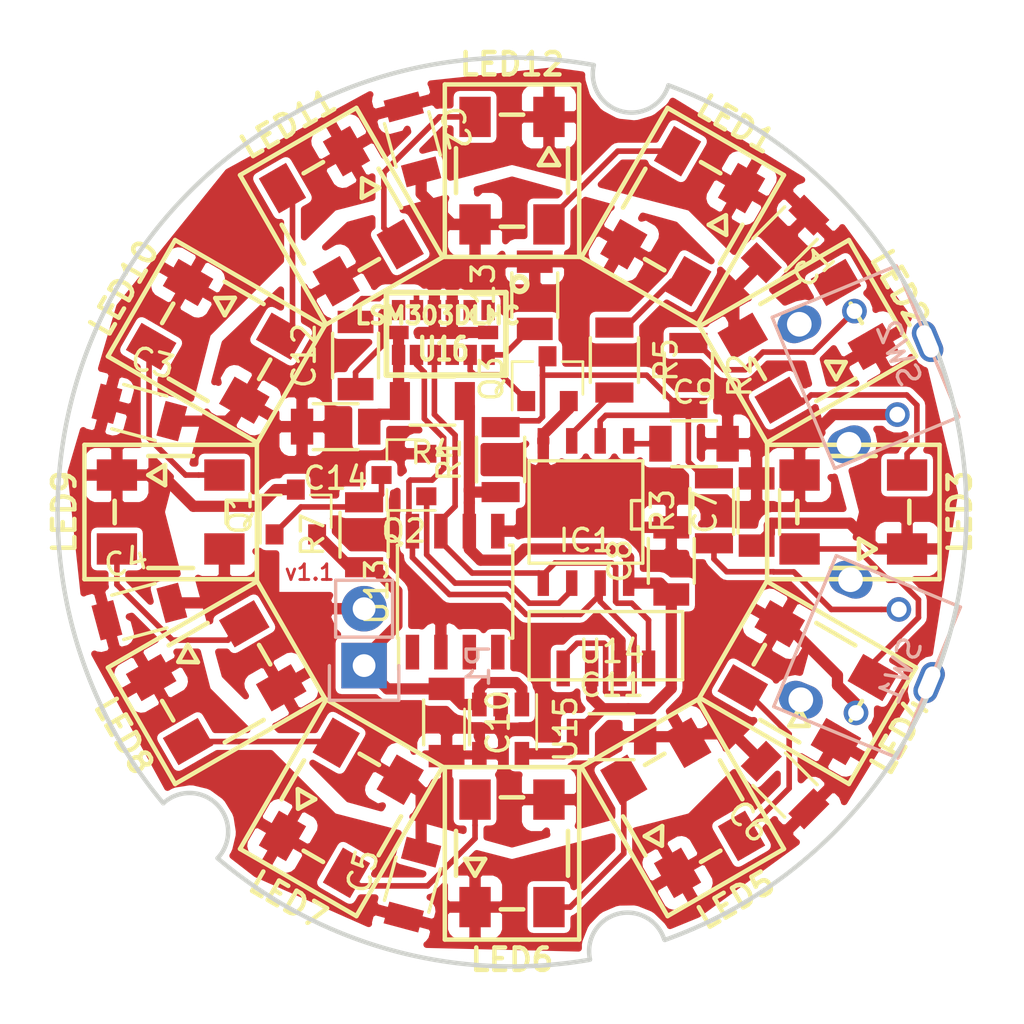
<source format=kicad_pcb>
(kicad_pcb (version 4) (host pcbnew 4.0.5+dfsg1-4)
  (layers (0 F.Cu signal) (31 B.Cu signal) (34 B.Paste user) (35 F.Paste user) (36 B.SilkS user) (37 F.SilkS user) (38 B.Mask user) (39 F.Mask user) (44 Edge.Cuts user))
  (net 0 "")
  (net 1 VCC)
  (net 2 GND)
  (net 3 SCL)
  (net 4 SDA)
  (net 5 LEDS)
  (net 6 +BATT)
  (net 7 "Net-(U13-Pad3)")
  (net 8 "Net-(U13-Pad1)")
  (net 9 "Net-(C9-Pad1)")
  (net 10 +3V3)
  (net 11 "Net-(R2-Pad1)")
  (net 12 "Net-(R3-Pad1)")
  (net 13 "Net-(C12-Pad1)")
  (net 14 "Net-(C12-Pad2)")
  (net 15 "Net-(C13-Pad1)")
  (net 16 "Net-(U16-Pad4)")
  (net 17 "Net-(U16-Pad8)")
  (net 18 "Net-(U16-Pad9)")
  (net 19 PWR_EN)
  (net 20 "Net-(U13-Pad4)")
  (net 21 WAKE)
  (net 22 "Net-(Q3-Pad1)")
  (net 23 "Net-(C14-Pad1)")
  (net 24 "Net-(Q1-Pad1)")
  (net 25 "Net-(LED1-Pad2)")
  (net 26 "Net-(LED1-Pad4)")
  (net 27 "Net-(LED2-Pad2)")
  (net 28 "Net-(LED2-Pad4)")
  (net 29 "Net-(LED3-Pad4)")
  (net 30 "Net-(LED4-Pad4)")
  (net 31 "Net-(LED5-Pad4)")
  (net 32 "Net-(LED6-Pad4)")
  (net 33 "Net-(LED7-Pad4)")
  (net 34 "Net-(LED8-Pad4)")
  (net 35 "Net-(LED10-Pad2)")
  (net 36 "Net-(LED10-Pad4)")
  (net 37 "Net-(LED11-Pad4)")
  (module Housings_SOIC:SOIC-8_3.9x4.9mm_Pitch1.27mm (layer F.Cu) (at 119.655324 127.22623 90)
    (fp_text reference U13 (at 0 -3.5 90) (layer F.SilkS))
    (fp_text value DS3232M)
    (pad 1 smd rect (at -2.7 -1.905 90) (size 1.55 0.6) (layers F.Cu F.Paste F.Mask) (net 8 "Net-(U13-Pad1)"))
    (pad 2 smd rect (at -2.7 -0.635 90) (size 1.55 0.6) (layers F.Cu F.Paste F.Mask) (net 2 GND))
    (pad 3 smd rect (at -2.7 0.635 90) (size 1.55 0.6) (layers F.Cu F.Paste F.Mask) (net 7 "Net-(U13-Pad3)"))
    (pad 4 smd rect (at -2.7 1.905 90) (size 1.55 0.6) (layers F.Cu F.Paste F.Mask) (net 20 "Net-(U13-Pad4)"))
    (pad 5 smd rect (at 2.7 1.905 90) (size 1.55 0.6) (layers F.Cu F.Paste F.Mask) (net 2 GND))
    (pad 6 smd rect (at 2.7 0.635 90) (size 1.55 0.6) (layers F.Cu F.Paste F.Mask) (net 10 +3V3))
    (pad 7 smd rect (at 2.7 -0.635 90) (size 1.55 0.6) (layers F.Cu F.Paste F.Mask) (net 4 SDA))
    (pad 8 smd rect (at 2.7 -1.905 90) (size 1.55 0.6) (layers F.Cu F.Paste F.Mask) (net 3 SCL))
  )
  (module Capacitors_SMD:C_1206 (layer F.Cu) (at 126.640324 133.70323)
    (fp_text reference C11 (at 0 -2.3) (layer F.SilkS))
    (fp_text value 1u)
    (pad 1 smd rect (at -1.5 0) (size 1 1.6) (layers F.Cu F.Paste F.Mask) (net 10 +3V3))
    (pad 2 smd rect (at 1.5 0) (size 1 1.6) (layers F.Cu F.Paste F.Mask) (net 2 GND))
  )
  (module Capacitors_SMD:C_1206 (layer F.Cu) (at 129.307324 125.85323 90)
    (fp_text reference C8 (at 0 -2.3 90) (layer F.SilkS))
    (fp_text value 1u)
    (pad 1 smd rect (at -1.5 0 90) (size 1 1.6) (layers F.Cu F.Paste F.Mask) (net 10 +3V3))
    (pad 2 smd rect (at 1.5 0 90) (size 1 1.6) (layers F.Cu F.Paste F.Mask) (net 2 GND))
  )
  (module TO_SOT_Packages_SMD:SOT-23 (layer F.Cu) (at 112.543324 123.67023 90)
    (fp_text reference Q1 (at 0 -2.5 90) (layer F.SilkS))
    (fp_text value Q_PMOS_GSD)
    (pad 1 smd rect (at -1 -0.95 90) (size 0.9 0.8) (layers F.Cu F.Paste F.Mask) (net 24 "Net-(Q1-Pad1)"))
    (pad 2 smd rect (at -1 0.95 90) (size 0.9 0.8) (layers F.Cu F.Paste F.Mask) (net 6 +BATT))
    (pad 3 smd rect (at 1 0 90) (size 0.9 0.8) (layers F.Cu F.Paste F.Mask) (net 1 VCC))
  )
  (module Resistors_SMD:R_1206 (layer F.Cu) (at 118.639324 118.71723 180)
    (fp_text reference R4 (at 0 -2.3 180) (layer F.SilkS))
    (fp_text value 0)
    (pad 1 smd rect (at -1.45 0 180) (size 0.9 1.7) (layers F.Cu F.Paste F.Mask) (net 10 +3V3))
    (pad 2 smd rect (at 1.45 0 180) (size 0.9 1.7) (layers F.Cu F.Paste F.Mask) (net 23 "Net-(C14-Pad1)"))
  )
  (module WS2812B:ws2812b (layer F.Cu) (at 108.987324 131.29023 120)
    (fp_text reference LED8 (at 0 -4.75 120) (layer F.SilkS) (effects (font (thickness 0.2))))
    (fp_text value WS2812B hide)
    (pad 1 smd rect (at 1.65 -2.4 120) (size 1.4 1.8) (layers F.Cu F.Paste F.Mask) (net 1 VCC))
    (pad 2 smd rect (at -1.65 -2.4 120) (size 1.4 1.8) (layers F.Cu F.Paste F.Mask) (net 33 "Net-(LED7-Pad4)"))
    (pad 3 smd rect (at -1.65 2.4 120) (size 1.4 1.8) (layers F.Cu F.Paste F.Mask) (net 2 GND))
    (pad 4 smd rect (at 1.65 2.4 120) (size 1.4 1.8) (layers F.Cu F.Paste F.Mask) (net 34 "Net-(LED8-Pad4)"))
  )
  (module TO_SOT_Packages_SMD:SOT-23 (layer F.Cu) (at 123.780324 117.71723 90)
    (fp_text reference Q3 (at 0 -2.5 90) (layer F.SilkS))
    (fp_text value Q_NMOS_GSD)
    (pad 1 smd rect (at -1 -0.95 90) (size 0.9 0.8) (layers F.Cu F.Paste F.Mask) (net 22 "Net-(Q3-Pad1)"))
    (pad 2 smd rect (at -1 0.95 90) (size 0.9 0.8) (layers F.Cu F.Paste F.Mask) (net 2 GND))
    (pad 3 smd rect (at 1 0 90) (size 0.9 0.8) (layers F.Cu F.Paste F.Mask) (net 21 WAKE))
  )
  (module Resistors_SMD:R_1206 (layer F.Cu) (at 130.069324 117.57423 270)
    (fp_text reference R2 (at 0 -2.3 270) (layer F.SilkS))
    (fp_text value 10k)
    (pad 1 smd rect (at -1.45 0 270) (size 0.9 1.7) (layers F.Cu F.Paste F.Mask) (net 11 "Net-(R2-Pad1)"))
    (pad 2 smd rect (at 1.45 0 270) (size 0.9 1.7) (layers F.Cu F.Paste F.Mask) (net 21 WAKE))
  )
  (module "IHE:LGA 3x5x1 14L" (layer F.Cu) (at 119.129544 115.65399 180)
    (fp_text reference U16 (at 0 -0.7493 180) (layer F.SilkS) (effects (font (size 1.016 0.762) (thickness 0.1905))))
    (fp_text value LSM303DLHC (at 0.24892 0.7493 180) (layer F.SilkS) (effects (font (size 0.762 0.762) (thickness 0.1905))))
    (pad 1 smd rect (at 1.99898 -1.00076 180) (size 0.59944 0.89916) (layers F.Cu F.Paste F.Mask) (net 23 "Net-(C14-Pad1)"))
    (pad 2 smd rect (at 1.19888 -1.00076 180) (size 0.59944 0.89916) (layers F.Cu F.Paste F.Mask) (net 3 SCL))
    (pad 3 smd rect (at 0.39878 -1.00076 180) (size 0.59944 0.89916) (layers F.Cu F.Paste F.Mask) (net 4 SDA))
    (pad 4 smd rect (at -0.39878 -1.00076 180) (size 0.59944 0.89916) (layers F.Cu F.Paste F.Mask) (net 16 "Net-(U16-Pad4)"))
    (pad 5 smd rect (at -1.19888 -1.00076 180) (size 0.59944 0.89916) (layers F.Cu F.Paste F.Mask) (net 22 "Net-(Q3-Pad1)"))
    (pad 6 smd rect (at -1.99898 -1.00076 180) (size 0.59944 0.89916) (layers F.Cu F.Paste F.Mask) (net 15 "Net-(C13-Pad1)"))
    (pad 7 smd rect (at -1.99898 0 180) (size 0.89916 0.59944) (layers F.Cu F.Paste F.Mask) (net 2 GND))
    (pad 8 smd rect (at -1.99898 1.00076 180) (size 0.59944 0.89916) (layers F.Cu F.Paste F.Mask) (net 17 "Net-(U16-Pad8)"))
    (pad 9 smd rect (at -1.19888 1.00076 180) (size 0.59944 0.89916) (layers F.Cu F.Paste F.Mask) (net 18 "Net-(U16-Pad9)"))
    (pad 10 smd rect (at -0.39878 1.00076 180) (size 0.59944 0.89916) (layers F.Cu F.Paste F.Mask) (net 2 GND))
    (pad 11 smd rect (at 0.39878 1.00076 180) (size 0.59944 0.89916) (layers F.Cu F.Paste F.Mask) (net 2 GND))
    (pad 12 smd rect (at 1.19888 1.00076 180) (size 0.59944 0.89916) (layers F.Cu F.Paste F.Mask) (net 14 "Net-(C12-Pad2)"))
    (pad 13 smd rect (at 1.99898 1.00076 180) (size 0.59944 0.89916) (layers F.Cu F.Paste F.Mask) (net 13 "Net-(C12-Pad1)"))
    (pad 14 smd rect (at 1.99898 0 180) (size 0.89916 0.59944) (layers F.Cu F.Paste F.Mask) (net 23 "Net-(C14-Pad1)"))
  )
  (module SMD_Packages:SOIC-8-N (layer F.Cu) (at 125.497324 123.67023 180)
    (fp_text reference IC1 (at 0 -1.27 180) (layer F.SilkS))
    (fp_text value ATTINY85-S)
    (pad 8 smd rect (at -1.905 -3.175 180) (size 0.508 1.143) (layers F.Cu F.Paste F.Mask) (net 10 +3V3))
    (pad 7 smd rect (at -0.635 -3.175 180) (size 0.508 1.143) (layers F.Cu F.Paste F.Mask) (net 3 SCL))
    (pad 6 smd rect (at 0.635 -3.175 180) (size 0.508 1.143) (layers F.Cu F.Paste F.Mask) (net 19 PWR_EN))
    (pad 5 smd rect (at 1.905 -3.175 180) (size 0.508 1.143) (layers F.Cu F.Paste F.Mask) (net 4 SDA))
    (pad 4 smd rect (at 1.905 3.175 180) (size 0.508 1.143) (layers F.Cu F.Paste F.Mask) (net 2 GND))
    (pad 3 smd rect (at 0.635 3.175 180) (size 0.508 1.143) (layers F.Cu F.Paste F.Mask) (net 5 LEDS))
    (pad 2 smd rect (at -0.635 3.175 180) (size 0.508 1.143) (layers F.Cu F.Paste F.Mask) (net 21 WAKE))
    (pad 1 smd rect (at -1.905 3.175 180) (size 0.508 1.143) (layers F.Cu F.Paste F.Mask) (net 9 "Net-(C9-Pad1)"))
  )
  (module WS2812B:ws2812b (layer F.Cu) (at 114.575324 136.87823 150)
    (fp_text reference LED7 (at 0 -4.75 150) (layer F.SilkS) (effects (font (thickness 0.2))))
    (fp_text value WS2812B hide)
    (pad 1 smd rect (at 1.65 -2.4 150) (size 1.4 1.8) (layers F.Cu F.Paste F.Mask) (net 1 VCC))
    (pad 2 smd rect (at -1.65 -2.4 150) (size 1.4 1.8) (layers F.Cu F.Paste F.Mask) (net 32 "Net-(LED6-Pad4)"))
    (pad 3 smd rect (at -1.65 2.4 150) (size 1.4 1.8) (layers F.Cu F.Paste F.Mask) (net 2 GND))
    (pad 4 smd rect (at 1.65 2.4 150) (size 1.4 1.8) (layers F.Cu F.Paste F.Mask) (net 33 "Net-(LED7-Pad4)"))
  )
  (module Capacitors_SMD:C_1206 (layer F.Cu) (at 133.117324 123.67023 90)
    (fp_text reference C7 (at 0 -2.3 90) (layer F.SilkS))
    (fp_text value 1u)
    (pad 1 smd rect (at -1.5 0 90) (size 1 1.6) (layers F.Cu F.Paste F.Mask) (net 1 VCC))
    (pad 2 smd rect (at 1.5 0 90) (size 1 1.6) (layers F.Cu F.Paste F.Mask) (net 2 GND))
  )
  (module Capacitors_SMD:C_1206 (layer F.Cu) (at 119.274324 133.06823 270)
    (fp_text reference C10 (at 0 -2.3 270) (layer F.SilkS))
    (fp_text value 10u)
    (pad 1 smd rect (at -1.5 0 270) (size 1 1.6) (layers F.Cu F.Paste F.Mask) (net 6 +BATT))
    (pad 2 smd rect (at 1.5 0 270) (size 1 1.6) (layers F.Cu F.Paste F.Mask) (net 2 GND))
  )
  (module TO_SOT_Packages_SMD:SOT-23-5 (layer F.Cu) (at 121.687324 133.36523 270)
    (fp_text reference U15 (at 0 -2.9 270) (layer F.SilkS))
    (fp_text value TPS782)
    (pad 1 smd rect (at -1.1 -0.95 270) (size 1.06 0.65) (layers F.Cu F.Paste F.Mask) (net 6 +BATT))
    (pad 2 smd rect (at -1.1 0 270) (size 1.06 0.65) (layers F.Cu F.Paste F.Mask) (net 2 GND))
    (pad 3 smd rect (at -1.1 0.95 270) (size 1.06 0.65) (layers F.Cu F.Paste F.Mask) (net 6 +BATT))
    (pad 4 smd rect (at 1.1 0.95 270) (size 1.06 0.65) (layers F.Cu F.Paste F.Mask) (net 2 GND))
    (pad 5 smd rect (at 1.1 -0.95 270) (size 1.06 0.65) (layers F.Cu F.Paste F.Mask) (net 10 +3V3))
  )
  (module Resistors_SMD:R_1206 (layer F.Cu) (at 121.687324 121.33123 90)
    (fp_text reference R1 (at 0 -2.3 90) (layer F.SilkS))
    (fp_text value 56k)
    (pad 1 smd rect (at -1.45 0 90) (size 0.9 1.7) (layers F.Cu F.Paste F.Mask) (net 10 +3V3))
    (pad 2 smd rect (at 1.45 0 90) (size 0.9 1.7) (layers F.Cu F.Paste F.Mask) (net 21 WAKE))
  )
  (module Capacitors_SMD:C_1206 (layer F.Cu) (at 130.323324 120.62223)
    (fp_text reference C9 (at 0 -2.3) (layer F.SilkS))
    (fp_text value 220n)
    (pad 1 smd rect (at -1.5 0) (size 1 1.6) (layers F.Cu F.Paste F.Mask) (net 9 "Net-(C9-Pad1)"))
    (pad 2 smd rect (at 1.5 0) (size 1 1.6) (layers F.Cu F.Paste F.Mask) (net 2 GND))
  )
  (module Resistors_SMD:R_1206 (layer F.Cu) (at 126.767324 116.88623 270)
    (fp_text reference R5 (at 0 -2.3 270) (layer F.SilkS))
    (fp_text value 500)
    (pad 1 smd rect (at -1.45 0 270) (size 0.9 1.7) (layers F.Cu F.Paste F.Mask) (net 26 "Net-(LED1-Pad4)"))
    (pad 2 smd rect (at 1.45 0 270) (size 0.9 1.7) (layers F.Cu F.Paste F.Mask) (net 5 LEDS))
  )
  (module WS2812B:ws2812b (layer F.Cu) (at 122.195324 138.91023 180)
    (fp_text reference LED6 (at 0 -4.75 180) (layer F.SilkS) (effects (font (thickness 0.2))))
    (fp_text value WS2812B hide)
    (pad 1 smd rect (at 1.65 -2.4 180) (size 1.4 1.8) (layers F.Cu F.Paste F.Mask) (net 1 VCC))
    (pad 2 smd rect (at -1.65 -2.4 180) (size 1.4 1.8) (layers F.Cu F.Paste F.Mask) (net 31 "Net-(LED5-Pad4)"))
    (pad 3 smd rect (at -1.65 2.4 180) (size 1.4 1.8) (layers F.Cu F.Paste F.Mask) (net 2 GND))
    (pad 4 smd rect (at 1.65 2.4 180) (size 1.4 1.8) (layers F.Cu F.Paste F.Mask) (net 32 "Net-(LED6-Pad4)"))
  )
  (module Capacitors_SMD:C_1206 (layer F.Cu) (at 105.558324 128.11523 15)
    (fp_text reference C4 (at 0 -2.3 15) (layer F.SilkS))
    (fp_text value 1u)
    (pad 1 smd rect (at -1.5 0 15) (size 1 1.6) (layers F.Cu F.Paste F.Mask) (net 1 VCC))
    (pad 2 smd rect (at 1.5 0 15) (size 1 1.6) (layers F.Cu F.Paste F.Mask) (net 2 GND))
  )
  (module Capacitors_SMD:C_1206 (layer F.Cu) (at 134.387324 111.47823 225)
    (fp_text reference C1 (at -0.024 -1.778 225) (layer F.SilkS))
    (fp_text value 1u)
    (pad 1 smd rect (at -1.5 0 225) (size 1 1.6) (layers F.Cu F.Paste F.Mask) (net 1 VCC))
    (pad 2 smd rect (at 1.5 0 225) (size 1 1.6) (layers F.Cu F.Paste F.Mask) (net 2 GND))
  )
  (module Capacitors_SMD:C_1206 (layer F.Cu) (at 117.750324 107.03323 285)
    (fp_text reference C2 (at 0.014999 -1.9706 285) (layer F.SilkS))
    (fp_text value 1u)
    (pad 1 smd rect (at -1.5 0 285) (size 1 1.6) (layers F.Cu F.Paste F.Mask) (net 1 VCC))
    (pad 2 smd rect (at 1.5 0 285) (size 1 1.6) (layers F.Cu F.Paste F.Mask) (net 2 GND))
  )
  (module Capacitors_SMD:C_1206 (layer F.Cu) (at 105.558324 119.22523 345)
    (fp_text reference C3 (at 0 -2.3 345) (layer F.SilkS))
    (fp_text value 1u)
    (pad 1 smd rect (at -1.5 0 345) (size 1 1.6) (layers F.Cu F.Paste F.Mask) (net 1 VCC))
    (pad 2 smd rect (at 1.5 0 345) (size 1 1.6) (layers F.Cu F.Paste F.Mask) (net 2 GND))
  )
  (module Socket_Strips:Socket_Strip_Straight_1x02 (layer B.Cu) (at 115.591324 130.52823 90)
    (fp_text reference P1 (at 0 5.1 90) (layer B.SilkS) (effects (justify mirror)))
    (fp_text value BAT_CONN)
    (pad 1 thru_hole rect (at 0 0 90) (size 2.032 2.032) (drill 1.016) (layers *.Cu *.Mask) (net 6 +BATT))
    (pad 2 thru_hole oval (at 2.54 0 90) (size 2.032 2.032) (drill 1.016) (layers *.Cu *.Mask) (net 2 GND))
  )
  (module WS2812B:ws2812b (layer F.Cu) (at 106.955324 123.67023 90)
    (fp_text reference LED9 (at 0 -4.75 90) (layer F.SilkS) (effects (font (thickness 0.2))))
    (fp_text value WS2812B hide)
    (pad 1 smd rect (at 1.65 -2.4 90) (size 1.4 1.8) (layers F.Cu F.Paste F.Mask) (net 1 VCC))
    (pad 2 smd rect (at -1.65 -2.4 90) (size 1.4 1.8) (layers F.Cu F.Paste F.Mask) (net 34 "Net-(LED8-Pad4)"))
    (pad 3 smd rect (at -1.65 2.4 90) (size 1.4 1.8) (layers F.Cu F.Paste F.Mask) (net 2 GND))
    (pad 4 smd rect (at 1.65 2.4 90) (size 1.4 1.8) (layers F.Cu F.Paste F.Mask) (net 35 "Net-(LED10-Pad2)"))
  )
  (module WS2812B:ws2812b (layer F.Cu) (at 108.987324 116.05023 60)
    (fp_text reference LED10 (at 0 -4.75 60) (layer F.SilkS) (effects (font (thickness 0.2))))
    (fp_text value WS2812B hide)
    (pad 1 smd rect (at 1.65 -2.4 60) (size 1.4 1.8) (layers F.Cu F.Paste F.Mask) (net 1 VCC))
    (pad 2 smd rect (at -1.65 -2.4 60) (size 1.4 1.8) (layers F.Cu F.Paste F.Mask) (net 35 "Net-(LED10-Pad2)"))
    (pad 3 smd rect (at -1.65 2.4 60) (size 1.4 1.8) (layers F.Cu F.Paste F.Mask) (net 2 GND))
    (pad 4 smd rect (at 1.65 2.4 60) (size 1.4 1.8) (layers F.Cu F.Paste F.Mask) (net 36 "Net-(LED10-Pad4)"))
  )
  (module WS2812B:ws2812b (layer F.Cu) (at 114.575324 110.46223 30)
    (fp_text reference LED11 (at 0 -4.75 30) (layer F.SilkS) (effects (font (thickness 0.2))))
    (fp_text value WS2812B hide)
    (pad 1 smd rect (at 1.65 -2.4 30) (size 1.4 1.8) (layers F.Cu F.Paste F.Mask) (net 1 VCC))
    (pad 2 smd rect (at -1.65 -2.4 30) (size 1.4 1.8) (layers F.Cu F.Paste F.Mask) (net 36 "Net-(LED10-Pad4)"))
    (pad 3 smd rect (at -1.65 2.4 30) (size 1.4 1.8) (layers F.Cu F.Paste F.Mask) (net 2 GND))
    (pad 4 smd rect (at 1.65 2.4 30) (size 1.4 1.8) (layers F.Cu F.Paste F.Mask) (net 37 "Net-(LED11-Pad4)"))
  )
  (module WS2812B:ws2812b (layer F.Cu) (at 122.195324 108.43023)
    (fp_text reference LED12 (at 0 -4.75) (layer F.SilkS) (effects (font (thickness 0.2))))
    (fp_text value WS2812B hide)
    (pad 1 smd rect (at 1.65 -2.4) (size 1.4 1.8) (layers F.Cu F.Paste F.Mask) (net 1 VCC))
    (pad 2 smd rect (at -1.65 -2.4) (size 1.4 1.8) (layers F.Cu F.Paste F.Mask) (net 37 "Net-(LED11-Pad4)"))
    (pad 3 smd rect (at -1.65 2.4) (size 1.4 1.8) (layers F.Cu F.Paste F.Mask) (net 2 GND))
    (pad 4 smd rect (at 1.65 2.4) (size 1.4 1.8) (layers F.Cu F.Paste F.Mask) (net 25 "Net-(LED1-Pad2)"))
  )
  (module WS2812B:ws2812b (layer F.Cu) (at 129.815324 110.46223 330)
    (fp_text reference LED1 (at 0 -4.75 330) (layer F.SilkS) (effects (font (thickness 0.2))))
    (fp_text value WS2812B hide)
    (pad 1 smd rect (at 1.65 -2.4 330) (size 1.4 1.8) (layers F.Cu F.Paste F.Mask) (net 1 VCC))
    (pad 2 smd rect (at -1.65 -2.4 330) (size 1.4 1.8) (layers F.Cu F.Paste F.Mask) (net 25 "Net-(LED1-Pad2)"))
    (pad 3 smd rect (at -1.65 2.4 330) (size 1.4 1.8) (layers F.Cu F.Paste F.Mask) (net 2 GND))
    (pad 4 smd rect (at 1.65 2.4 330) (size 1.4 1.8) (layers F.Cu F.Paste F.Mask) (net 26 "Net-(LED1-Pad4)"))
  )
  (module WS2812B:ws2812b (layer F.Cu) (at 135.403324 116.05023 300)
    (fp_text reference LED2 (at 0 -4.75 300) (layer F.SilkS) (effects (font (thickness 0.2))))
    (fp_text value WS2812B hide)
    (pad 1 smd rect (at 1.65 -2.4 300) (size 1.4 1.8) (layers F.Cu F.Paste F.Mask) (net 1 VCC))
    (pad 2 smd rect (at -1.65 -2.4 300) (size 1.4 1.8) (layers F.Cu F.Paste F.Mask) (net 27 "Net-(LED2-Pad2)"))
    (pad 3 smd rect (at -1.65 2.4 300) (size 1.4 1.8) (layers F.Cu F.Paste F.Mask) (net 2 GND))
    (pad 4 smd rect (at 1.65 2.4 300) (size 1.4 1.8) (layers F.Cu F.Paste F.Mask) (net 28 "Net-(LED2-Pad4)"))
  )
  (module WS2812B:ws2812b (layer F.Cu) (at 137.435324 123.67023 270)
    (fp_text reference LED3 (at 0 -4.75 270) (layer F.SilkS) (effects (font (thickness 0.2))))
    (fp_text value WS2812B hide)
    (pad 1 smd rect (at 1.65 -2.4 270) (size 1.4 1.8) (layers F.Cu F.Paste F.Mask) (net 1 VCC))
    (pad 2 smd rect (at -1.65 -2.4 270) (size 1.4 1.8) (layers F.Cu F.Paste F.Mask) (net 28 "Net-(LED2-Pad4)"))
    (pad 3 smd rect (at -1.65 2.4 270) (size 1.4 1.8) (layers F.Cu F.Paste F.Mask) (net 2 GND))
    (pad 4 smd rect (at 1.65 2.4 270) (size 1.4 1.8) (layers F.Cu F.Paste F.Mask) (net 29 "Net-(LED3-Pad4)"))
  )
  (module WS2812B:ws2812b (layer F.Cu) (at 135.403324 131.29023 240)
    (fp_text reference LED4 (at 0 -4.75 240) (layer F.SilkS) (effects (font (thickness 0.2))))
    (fp_text value WS2812B hide)
    (pad 1 smd rect (at 1.65 -2.4 240) (size 1.4 1.8) (layers F.Cu F.Paste F.Mask) (net 1 VCC))
    (pad 2 smd rect (at -1.65 -2.4 240) (size 1.4 1.8) (layers F.Cu F.Paste F.Mask) (net 29 "Net-(LED3-Pad4)"))
    (pad 3 smd rect (at -1.65 2.4 240) (size 1.4 1.8) (layers F.Cu F.Paste F.Mask) (net 2 GND))
    (pad 4 smd rect (at 1.65 2.4 240) (size 1.4 1.8) (layers F.Cu F.Paste F.Mask) (net 30 "Net-(LED4-Pad4)"))
  )
  (module WS2812B:ws2812b (layer F.Cu) (at 129.815324 136.87823 210)
    (fp_text reference LED5 (at 0 -4.75 210) (layer F.SilkS) (effects (font (thickness 0.2))))
    (fp_text value WS2812B hide)
    (pad 1 smd rect (at 1.65 -2.4 210) (size 1.4 1.8) (layers F.Cu F.Paste F.Mask) (net 1 VCC))
    (pad 2 smd rect (at -1.65 -2.4 210) (size 1.4 1.8) (layers F.Cu F.Paste F.Mask) (net 30 "Net-(LED4-Pad4)"))
    (pad 3 smd rect (at -1.65 2.4 210) (size 1.4 1.8) (layers F.Cu F.Paste F.Mask) (net 2 GND))
    (pad 4 smd rect (at 1.65 2.4 210) (size 1.4 1.8) (layers F.Cu F.Paste F.Mask) (net 31 "Net-(LED5-Pad4)"))
  )
  (module Resistors_SMD:R_1206 (layer F.Cu) (at 131.212324 123.61723 90)
    (fp_text reference R3 (at 0 -2.3 90) (layer F.SilkS))
    (fp_text value 3.3k)
    (pad 1 smd rect (at -1.45 0 90) (size 0.9 1.7) (layers F.Cu F.Paste F.Mask) (net 12 "Net-(R3-Pad1)"))
    (pad 2 smd rect (at 1.45 0 90) (size 0.9 1.7) (layers F.Cu F.Paste F.Mask) (net 21 WAKE))
  )
  (module Capacitors_SMD:C_1206 (layer F.Cu) (at 117.750324 140.30723 75)
    (fp_text reference C5 (at 0 -2.3 75) (layer F.SilkS))
    (fp_text value 1u)
    (pad 1 smd rect (at -1.5 0 75) (size 1 1.6) (layers F.Cu F.Paste F.Mask) (net 1 VCC))
    (pad 2 smd rect (at 1.5 0 75) (size 1 1.6) (layers F.Cu F.Paste F.Mask) (net 2 GND))
  )
  (module Capacitors_SMD:C_1206 (layer F.Cu) (at 134.387324 135.86223 135)
    (fp_text reference C6 (at 0 -2.3 135) (layer F.SilkS))
    (fp_text value 1u)
    (pad 1 smd rect (at -1.5 0 135) (size 1 1.6) (layers F.Cu F.Paste F.Mask) (net 1 VCC))
    (pad 2 smd rect (at 1.5 0 135) (size 1 1.6) (layers F.Cu F.Paste F.Mask) (net 2 GND))
  )
  (module Capacitors_SMD:C_1206 (layer F.Cu) (at 115.210324 116.68523 90)
    (fp_text reference C12 (at 0 -2.3 90) (layer F.SilkS))
    (fp_text value 220n)
    (pad 1 smd rect (at -1.5 0 90) (size 1 1.6) (layers F.Cu F.Paste F.Mask) (net 13 "Net-(C12-Pad1)"))
    (pad 2 smd rect (at 1.5 0 90) (size 1 1.6) (layers F.Cu F.Paste F.Mask) (net 14 "Net-(C12-Pad2)"))
  )
  (module Capacitors_SMD:C_1206 (layer F.Cu) (at 123.211324 113.99423 90)
    (fp_text reference C13 (at 0 -2.3 90) (layer F.SilkS))
    (fp_text value 4u7)
    (pad 1 smd rect (at -1.5 0 90) (size 1 1.6) (layers F.Cu F.Paste F.Mask) (net 15 "Net-(C13-Pad1)"))
    (pad 2 smd rect (at 1.5 0 90) (size 1 1.6) (layers F.Cu F.Paste F.Mask) (net 2 GND))
  )
  (module TO_SOT_Packages_SMD:SOT-23 (layer F.Cu) (at 117.369324 122.01923 180)
    (fp_text reference Q2 (at 0 -2.5 180) (layer F.SilkS))
    (fp_text value Q_NMOS_GSD)
    (pad 1 smd rect (at -1 -0.95 180) (size 0.9 0.8) (layers F.Cu F.Paste F.Mask) (net 19 PWR_EN))
    (pad 2 smd rect (at -1 0.95 180) (size 0.9 0.8) (layers F.Cu F.Paste F.Mask) (net 2 GND))
    (pad 3 smd rect (at 1 0 180) (size 0.9 0.8) (layers F.Cu F.Paste F.Mask) (net 24 "Net-(Q1-Pad1)"))
  )
  (module Resistors_SMD:R_1206 (layer F.Cu) (at 115.591324 124.68623 90)
    (fp_text reference R7 (at 0 -2.3 90) (layer F.SilkS))
    (fp_text value 10k)
    (pad 1 smd rect (at -1.45 0 90) (size 0.9 1.7) (layers F.Cu F.Paste F.Mask) (net 6 +BATT))
    (pad 2 smd rect (at 1.45 0 90) (size 0.9 1.7) (layers F.Cu F.Paste F.Mask) (net 24 "Net-(Q1-Pad1)"))
  )
  (module Capacitors_SMD:C_1206 (layer F.Cu) (at 114.321324 119.86023 180)
    (fp_text reference C14 (at 0 -2.3 180) (layer F.SilkS))
    (fp_text value 10u)
    (pad 1 smd rect (at -1.5 0 180) (size 1 1.6) (layers F.Cu F.Paste F.Mask) (net 23 "Net-(C14-Pad1)"))
    (pad 2 smd rect (at 1.5 0 180) (size 1 1.6) (layers F.Cu F.Paste F.Mask) (net 2 GND))
  )
  (module "button:Side through-hole thin button" (layer B.Cu) (at 139.064943 130.559298 247.5)
    (fp_text reference SW1 (at 0 -0.5 247.5) (layer B.SilkS) (effects (justify mirror)))
    (fp_text value SW_Push)
    (pad "" thru_hole oval (at -2.9 3.1 247.5) (size 1.5 2) (drill 1.1) (layers *.Cu *.Mask))
    (pad "" thru_hole oval (at 2.9 3.1 247.5) (size 1.5 2) (drill 1.1) (layers *.Cu *.Mask))
    (pad 1 thru_hole circle (at -2.5 0.6 247.5) (size 1.1 1.1) (drill 0.7) (layers *.Cu *.Mask) (net 12 "Net-(R3-Pad1)"))
    (pad 2 thru_hole circle (at 2.5 0.6 247.5) (size 1.1 1.1) (drill 0.7) (layers *.Cu *.Mask) (net 2 GND))
    (pad "" thru_hole oval (at 0 -1.9 247.5) (size 1.9 1.1) (drill oval 1.5 0.7) (layers *.Cu *.Mask))
  )
  (module "button:Side through-hole thin button" (layer B.Cu) (at 138.996133 116.781162 292.5)
    (fp_text reference SW2 (at 0 -0.5 292.5) (layer B.SilkS) (effects (justify mirror)))
    (fp_text value SW_Push)
    (pad "" thru_hole oval (at -2.9 3.1 292.5) (size 1.5 2) (drill 1.1) (layers *.Cu *.Mask))
    (pad "" thru_hole oval (at 2.9 3.1 292.5) (size 1.5 2) (drill 1.1) (layers *.Cu *.Mask))
    (pad 1 thru_hole circle (at -2.5 0.6 292.5) (size 1.1 1.1) (drill 0.7) (layers *.Cu *.Mask) (net 11 "Net-(R2-Pad1)"))
    (pad 2 thru_hole circle (at 2.5 0.6 292.5) (size 1.1 1.1) (drill 0.7) (layers *.Cu *.Mask) (net 2 GND))
    (pad "" thru_hole oval (at 0 -1.9 292.5) (size 1.9 1.1) (drill oval 1.5 0.7) (layers *.Cu *.Mask))
  )
  (module VEML7700:VEML7700 (layer F.Cu) (at 126.386324 129.89323)
    (fp_text reference U14 (at 0.254 0) (layer F.SilkS))
    (fp_text value VEML7700)
    (pad 1 smd rect (at -1.905 0.762) (size 0.6 1.6) (layers F.Cu F.Paste F.Mask) (net 3 SCL))
    (pad 2 smd rect (at -0.635 0.762) (size 0.6 1.6) (layers F.Cu F.Paste F.Mask) (net 10 +3V3))
    (pad 3 smd rect (at 0.635 0.762) (size 0.6 1.6) (layers F.Cu F.Paste F.Mask) (net 2 GND))
    (pad 4 smd rect (at 1.905 0.762) (size 0.6 1.6) (layers F.Cu F.Paste F.Mask) (net 4 SDA))
  )
  (gr_text v1.1 (at 113.157 126.365) (layer F.Cu) (effects (font (size 0.7 0.7) (thickness 0.125))))
  (gr_arc (start 122.195324 123.67023) (end 125.675124 143.66003) (angle 50.25867182) (layer Edge.Cuts) (width 0.2))
  (gr_arc (start 122.195324 123.67023) (end 129.180324 104.62023) (angle 140.2243729) (layer Edge.Cuts) (width 0.2))
  (gr_arc (start 122.195324 123.67023) (end 106.625124 136.67503) (angle 140.2457107) (layer Edge.Cuts) (width 0.2))
  (gr_arc (start 127.354944 143.274955) (end 125.675124 143.63463) (angle 174.2744993) (layer Edge.Cuts) (width 0.2))
  (gr_arc (start 107.796944 137.940955) (end 106.625124 136.67503) (angle 176.158805) (layer Edge.Cuts) (width 0.2))
  (gr_arc (start 127.529324 104.11223) (end 129.180324 104.62023) (angle 175.7015224) (layer Edge.Cuts) (width 0.2))
  (segment (start 139.835324 125.32023) (end 138.435324 125.32023) (width 0.5) (layer F.Cu) (net 1))
  (segment (start 138.435324 125.32023) (end 137.285323 124.170229) (width 0.5) (layer F.Cu) (net 1))
  (segment (start 137.285323 124.170229) (end 133.775323 124.170229) (width 0.5) (layer F.Cu) (net 1))
  (segment (start 133.775323 124.170229) (end 133.685323 124.260229) (width 0.5) (layer F.Cu) (net 1))
  (segment (start 133.685323 124.260229) (end 133.685323 124.626231) (width 0.5) (layer F.Cu) (net 1))
  (segment (start 133.685323 124.626231) (end 133.141324 125.17023) (width 0.5) (layer F.Cu) (net 1))
  (segment (start 133.141324 125.17023) (end 133.117324 125.17023) (width 0.5) (layer F.Cu) (net 1))
  (segment (start 112.543324 122.67023) (end 111.643324 122.67023) (width 0.5) (layer F.Cu) (net 1))
  (segment (start 111.643324 122.67023) (end 110.897324 123.41623) (width 0.5) (layer F.Cu) (net 1))
  (segment (start 110.897324 123.41623) (end 107.971324 123.41623) (width 0.5) (layer F.Cu) (net 1))
  (segment (start 106.575324 122.02023) (end 104.555324 122.02023) (width 0.5) (layer F.Cu) (net 1))
  (segment (start 104.670324 122.02023) (end 104.555324 122.02023) (width 0.5) (layer F.Cu) (net 1))
  (segment (start 139.835324 125.32023) (end 139.593324 125.32023) (width 0.5) (layer F.Cu) (net 1))
  (segment (start 123.845324 106.27023) (end 123.845324 106.03023) (width 0.5) (layer F.Cu) (net 1))
  (segment (start 108.136382 113.421288) (end 107.733863 113.421288) (width 0.5) (layer F.Cu) (net 1))
  (segment (start 123.719324 106.15623) (end 123.845324 106.03023) (width 0.5) (layer F.Cu) (net 1))
  (segment (start 107.971324 123.41623) (end 106.575324 122.02023) (width 0.5) (layer F.Cu) (net 1))
  (segment (start 119.520324 133.32223) (end 123.592324 133.32223) (width 0.5) (layer F.Cu) (net 2))
  (segment (start 119.274324 134.56823) (end 119.274324 133.56823) (width 0.5) (layer F.Cu) (net 2))
  (segment (start 119.274324 133.56823) (end 119.520324 133.32223) (width 0.5) (layer F.Cu) (net 2))
  (segment (start 128.140324 133.70323) (end 129.772727 133.70323) (width 0.5) (layer F.Cu) (net 2))
  (segment (start 129.772727 133.70323) (end 130.044266 133.974769) (width 0.5) (layer F.Cu) (net 2))
  (segment (start 126.471512 128.87723) (end 125.116324 128.87723) (width 0.5) (layer F.Cu) (net 2))
  (segment (start 127.021324 130.65523) (end 127.021324 129.427042) (width 0.5) (layer F.Cu) (net 2))
  (segment (start 127.021324 129.427042) (end 126.471512 128.87723) (width 0.5) (layer F.Cu) (net 2))
  (segment (start 139.398514 119.320471) (end 136.535083 119.320471) (width 0.5) (layer F.Cu) (net 2))
  (segment (start 136.535083 119.320471) (end 135.035324 120.82023) (width 0.5) (layer F.Cu) (net 2))
  (segment (start 135.035324 120.82023) (end 135.035324 122.02023) (width 0.5) (layer F.Cu) (net 2))
  (segment (start 119.528324 115.65399) (end 118.893324 115.65399) (width 0.5) (layer F.Cu) (net 2))
  (segment (start 118.893324 115.65399) (end 118.045385 115.65399) (width 0.5) (layer F.Cu) (net 2))
  (segment (start 118.730764 114.65323) (end 118.730764 115.60281) (width 0.5) (layer F.Cu) (net 2))
  (segment (start 118.730764 115.60281) (end 118.781944 115.65399) (width 0.5) (layer F.Cu) (net 2))
  (segment (start 118.781944 115.65399) (end 118.893324 115.65399) (width 0.5) (layer F.Cu) (net 2))
  (segment (start 137.553907 132.639387) (end 137.553907 132.230463) (width 0.5) (layer F.Cu) (net 2))
  (segment (start 137.553907 132.230463) (end 136.727352 131.403908) (width 0.5) (layer F.Cu) (net 2))
  (segment (start 136.727352 131.403908) (end 136.727352 130.963258) (width 0.5) (layer F.Cu) (net 2))
  (segment (start 136.727352 130.963258) (end 134.425382 128.661288) (width 0.5) (layer F.Cu) (net 2))
  (segment (start 134.425382 128.661288) (end 134.149863 128.661288) (width 0.5) (layer F.Cu) (net 2))
  (segment (start 121.128524 115.65399) (end 119.528324 115.65399) (width 0.5) (layer F.Cu) (net 2))
  (segment (start 119.528324 114.65323) (end 119.528324 115.60281) (width 0.5) (layer F.Cu) (net 2))
  (segment (start 119.528324 115.60281) (end 119.528324 115.65399) (width 0.5) (layer F.Cu) (net 2))
  (segment (start 123.592324 120.49523) (end 123.592324 120.203418) (width 0.5) (layer F.Cu) (net 2))
  (segment (start 123.592324 120.203418) (end 124.730324 119.065418) (width 0.5) (layer F.Cu) (net 2))
  (segment (start 124.730324 119.065418) (end 124.730324 118.71723) (width 0.5) (layer F.Cu) (net 2))
  (segment (start 118.766324 113.66809) (end 118.730764 113.70365) (width 0.5) (layer F.Cu) (net 2))
  (segment (start 118.730764 114.65323) (end 118.730764 113.70365) (width 0.5) (layer F.Cu) (net 2))
  (segment (start 119.528324 114.65323) (end 119.528324 113.63723) (width 0.5) (layer F.Cu) (net 2))
  (segment (start 123.592324 120.24123) (end 123.592324 120.49523) (width 0.5) (layer F.Cu) (net 2))
  (segment (start 127.021324 111.98623) (end 127.186382 111.821172) (width 0.5) (layer F.Cu) (net 2))
  (segment (start 127.186382 111.821172) (end 127.186382 111.715691) (width 0.5) (layer F.Cu) (net 2))
  (segment (start 133.326664 134.80157) (end 132.101324 133.57623) (width 0.5) (layer F.Cu) (net 2))
  (segment (start 132.101324 133.57623) (end 130.442805 133.57623) (width 0.5) (layer F.Cu) (net 2))
  (segment (start 130.442805 133.57623) (end 130.044266 133.974769) (width 0.5) (layer F.Cu) (net 2))
  (segment (start 118.138553 138.858341) (end 118.138553 136.123459) (width 0.5) (layer F.Cu) (net 2))
  (segment (start 118.138553 136.123459) (end 117.639863 135.624769) (width 0.5) (layer F.Cu) (net 2))
  (segment (start 117.639863 135.624769) (end 117.204266 135.624769) (width 0.5) (layer F.Cu) (net 2))
  (segment (start 107.007213 127.727001) (end 108.740553 127.727001) (width 0.5) (layer F.Cu) (net 2))
  (segment (start 108.740553 127.727001) (end 109.355324 127.11223) (width 0.5) (layer F.Cu) (net 2))
  (segment (start 107.007213 119.613459) (end 109.488095 119.613459) (width 0.5) (layer F.Cu) (net 2))
  (segment (start 109.488095 119.613459) (end 110.240785 118.860769) (width 0.5) (layer F.Cu) (net 2))
  (segment (start 110.240785 118.860769) (end 110.240785 118.679172) (width 0.5) (layer F.Cu) (net 2))
  (segment (start 118.138553 108.482119) (end 118.138553 109.453459) (width 0.5) (layer F.Cu) (net 2))
  (segment (start 118.138553 109.453459) (end 119.515324 110.83023) (width 0.5) (layer F.Cu) (net 2))
  (segment (start 119.515324 110.83023) (end 120.545324 110.83023) (width 0.5) (layer F.Cu) (net 2))
  (segment (start 133.326664 112.53889) (end 132.101324 113.76423) (width 0.5) (layer F.Cu) (net 2))
  (segment (start 132.101324 113.76423) (end 132.101324 115.422749) (width 0.5) (layer F.Cu) (net 2))
  (segment (start 132.101324 115.422749) (end 132.499863 115.821288) (width 0.5) (layer F.Cu) (net 2))
  (segment (start 126.132324 126.84523) (end 126.132324 127.66673) (width 0.25) (layer F.Cu) (net 3))
  (segment (start 126.376325 131.695233) (end 126.376325 129.595229) (width 0.25) (layer F.Cu) (net 3))
  (segment (start 126.132324 127.66673) (end 127.646325 129.180731) (width 0.25) (layer F.Cu) (net 3))
  (segment (start 127.646325 129.180731) (end 127.646325 131.715231) (width 0.25) (layer F.Cu) (net 3))
  (segment (start 127.646325 131.715231) (end 127.581325 131.780231) (width 0.25) (layer F.Cu) (net 3))
  (segment (start 127.581325 131.780231) (end 126.461323 131.780231) (width 0.25) (layer F.Cu) (net 3))
  (segment (start 126.461323 131.780231) (end 126.376325 131.695233) (width 0.25) (layer F.Cu) (net 3))
  (segment (start 126.376325 129.595229) (end 126.311325 129.530229) (width 0.25) (layer F.Cu) (net 3))
  (segment (start 126.311325 129.530229) (end 125.106325 129.530229) (width 0.25) (layer F.Cu) (net 3))
  (segment (start 125.106325 129.530229) (end 124.481324 130.15523) (width 0.25) (layer F.Cu) (net 3))
  (segment (start 124.481324 130.15523) (end 124.481324 130.65523) (width 0.25) (layer F.Cu) (net 3))
  (segment (start 122.821413 128.24223) (end 124.481324 128.24223) (width 0.25) (layer F.Cu) (net 3))
  (segment (start 124.481324 128.24223) (end 125.243324 128.24223) (width 0.25) (layer F.Cu) (net 3))
  (segment (start 117.750324 124.52623) (end 117.750324 125.70223) (width 0.25) (layer F.Cu) (net 3))
  (segment (start 117.750324 125.70223) (end 119.401324 127.35323) (width 0.25) (layer F.Cu) (net 3))
  (segment (start 119.401324 127.35323) (end 121.932413 127.35323) (width 0.25) (layer F.Cu) (net 3))
  (segment (start 121.932413 127.35323) (end 122.821413 128.24223) (width 0.25) (layer F.Cu) (net 3))
  (segment (start 125.243324 128.24223) (end 126.132324 127.35323) (width 0.25) (layer F.Cu) (net 3))
  (segment (start 126.132324 127.35323) (end 126.132324 126.84523) (width 0.25) (layer F.Cu) (net 3))
  (segment (start 117.930664 116.65475) (end 117.930664 117.079241) (width 0.25) (layer F.Cu) (net 3))
  (segment (start 118.629327 122.244229) (end 117.659323 122.244229) (width 0.25) (layer F.Cu) (net 3))
  (segment (start 117.594323 123.895229) (end 117.623324 123.92423) (width 0.25) (layer F.Cu) (net 3))
  (segment (start 117.930664 117.079241) (end 118.280754 117.429331) (width 0.25) (layer F.Cu) (net 3))
  (segment (start 118.280754 117.429331) (end 118.280754 119.50166) (width 0.25) (layer F.Cu) (net 3))
  (segment (start 118.280754 119.50166) (end 119.144325 120.365231) (width 0.25) (layer F.Cu) (net 3))
  (segment (start 119.144325 120.365231) (end 119.144325 121.729231) (width 0.25) (layer F.Cu) (net 3))
  (segment (start 117.623324 123.92423) (end 117.750324 124.05123) (width 0.25) (layer F.Cu) (net 3))
  (segment (start 119.144325 121.729231) (end 118.629327 122.244229) (width 0.25) (layer F.Cu) (net 3))
  (segment (start 117.659323 122.244229) (end 117.594323 122.309229) (width 0.25) (layer F.Cu) (net 3))
  (segment (start 117.594323 122.309229) (end 117.594323 123.895229) (width 0.25) (layer F.Cu) (net 3))
  (segment (start 117.750324 124.05123) (end 117.750324 124.52623) (width 0.25) (layer F.Cu) (net 3))
  (segment (start 117.750324 124.05123) (end 117.594323 123.895229) (width 0.25) (layer F.Cu) (net 3))
  (segment (start 126.132324 126.84523) (end 126.132324 126.52773) (width 0.25) (layer F.Cu) (net 3))
  (segment (start 123.592324 126.84523) (end 123.592324 126.46423) (width 0.25) (layer F.Cu) (net 4))
  (segment (start 126.823323 126.125727) (end 126.823323 127.676731) (width 0.25) (layer F.Cu) (net 4))
  (segment (start 123.592324 126.46423) (end 124.107825 125.948729) (width 0.25) (layer F.Cu) (net 4))
  (segment (start 124.107825 125.948729) (end 126.646325 125.948729) (width 0.25) (layer F.Cu) (net 4))
  (segment (start 126.646325 125.948729) (end 126.823323 126.125727) (width 0.25) (layer F.Cu) (net 4))
  (segment (start 126.823323 127.676731) (end 126.888323 127.741731) (width 0.25) (layer F.Cu) (net 4))
  (segment (start 126.888323 127.741731) (end 127.536825 127.741731) (width 0.25) (layer F.Cu) (net 4))
  (segment (start 127.536825 127.741731) (end 128.291324 128.49623) (width 0.25) (layer F.Cu) (net 4))
  (segment (start 128.291324 128.49623) (end 128.291324 130.65523) (width 0.25) (layer F.Cu) (net 4))
  (segment (start 119.020324 124.52623) (end 119.020324 125.00123) (width 0.25) (layer F.Cu) (net 4))
  (segment (start 119.020324 125.00123) (end 120.414313 126.395219) (width 0.25) (layer F.Cu) (net 4))
  (segment (start 120.414313 126.395219) (end 123.396313 126.395219) (width 0.25) (layer F.Cu) (net 4))
  (segment (start 123.396313 126.395219) (end 123.592324 126.59123) (width 0.25) (layer F.Cu) (net 4))
  (segment (start 123.592324 126.59123) (end 123.592324 126.84523) (width 0.25) (layer F.Cu) (net 4))
  (segment (start 123.592324 126.52773) (end 123.592324 126.84523) (width 0.25) (layer F.Cu) (net 4))
  (segment (start 118.730764 116.65475) (end 118.730764 119.31526) (width 0.25) (layer F.Cu) (net 4))
  (segment (start 118.730764 119.31526) (end 119.655324 120.23982) (width 0.25) (layer F.Cu) (net 4))
  (segment (start 119.655324 120.23982) (end 119.655324 123.41623) (width 0.25) (layer F.Cu) (net 4))
  (segment (start 119.655324 123.41623) (end 119.020324 124.05123) (width 0.25) (layer F.Cu) (net 4))
  (segment (start 119.020324 124.05123) (end 119.020324 124.52623) (width 0.25) (layer F.Cu) (net 4))
  (segment (start 123.592324 127.16273) (end 123.592324 126.84523) (width 0.25) (layer F.Cu) (net 4))
  (segment (start 123.592324 126.78173) (end 123.592324 126.84523) (width 0.25) (layer F.Cu) (net 4))
  (segment (start 124.862324 120.49523) (end 124.862324 120.17773) (width 0.25) (layer F.Cu) (net 5))
  (segment (start 124.862324 120.17773) (end 126.703824 118.33623) (width 0.25) (layer F.Cu) (net 5))
  (segment (start 126.703824 118.33623) (end 126.767324 118.33623) (width 0.25) (layer F.Cu) (net 5))
  (segment (start 124.862324 120.49523) (end 124.862324 120.81273) (width 0.25) (layer F.Cu) (net 5))
  (segment (start 115.591324 126.13623) (end 114.959324 126.13623) (width 0.5) (layer F.Cu) (net 6))
  (segment (start 114.959324 126.13623) (end 113.493324 124.67023) (width 0.5) (layer F.Cu) (net 6))
  (segment (start 115.591324 130.52823) (end 115.591324 130.200228) (width 0.5) (layer F.Cu) (net 6))
  (segment (start 115.591324 130.200228) (end 117.057325 128.734227) (width 0.5) (layer F.Cu) (net 6))
  (segment (start 117.057325 128.734227) (end 117.057325 127.202231) (width 0.5) (layer F.Cu) (net 6))
  (segment (start 117.057325 127.202231) (end 115.991324 126.13623) (width 0.5) (layer F.Cu) (net 6))
  (segment (start 115.991324 126.13623) (end 115.591324 126.13623) (width 0.5) (layer F.Cu) (net 6))
  (segment (start 119.274324 131.56823) (end 116.631324 131.56823) (width 0.5) (layer F.Cu) (net 6))
  (segment (start 116.631324 131.56823) (end 115.591324 130.52823) (width 0.5) (layer F.Cu) (net 6))
  (segment (start 119.171324 131.67123) (end 119.274324 131.56823) (width 0.5) (layer F.Cu) (net 6))
  (segment (start 120.737324 132.26523) (end 119.971324 132.26523) (width 0.5) (layer F.Cu) (net 6))
  (segment (start 119.971324 132.26523) (end 119.274324 131.56823) (width 0.5) (layer F.Cu) (net 6))
  (segment (start 122.637324 132.26523) (end 122.637324 131.550228) (width 0.5) (layer F.Cu) (net 6))
  (segment (start 122.637324 131.550228) (end 122.372325 131.285229) (width 0.5) (layer F.Cu) (net 6))
  (segment (start 122.372325 131.285229) (end 121.002323 131.285229) (width 0.5) (layer F.Cu) (net 6))
  (segment (start 121.002323 131.285229) (end 120.737324 131.550228) (width 0.5) (layer F.Cu) (net 6))
  (segment (start 120.737324 131.550228) (end 120.737324 132.26523) (width 0.5) (layer F.Cu) (net 6))
  (segment (start 128.823324 120.62223) (end 127.529324 120.62223) (width 0.25) (layer F.Cu) (net 9))
  (segment (start 127.529324 120.62223) (end 127.402324 120.49523) (width 0.25) (layer F.Cu) (net 9))
  (segment (start 128.442324 120.49523) (end 128.823324 120.11423) (width 0.25) (layer F.Cu) (net 9))
  (segment (start 127.402324 120.49523) (end 127.402324 120.81273) (width 0.25) (layer F.Cu) (net 9))
  (segment (start 127.402324 126.84523) (end 127.402324 125.70223) (width 0.5) (layer F.Cu) (net 10))
  (segment (start 127.402324 125.70223) (end 127.021324 125.32123) (width 0.5) (layer F.Cu) (net 10))
  (segment (start 127.021324 125.32123) (end 122.771635 125.32123) (width 0.5) (layer F.Cu) (net 10))
  (segment (start 122.771635 125.32123) (end 122.272658 125.820207) (width 0.5) (layer F.Cu) (net 10))
  (segment (start 122.272658 125.820207) (end 122.23165 125.820209) (width 0.5) (layer F.Cu) (net 10))
  (segment (start 120.789303 125.820209) (end 120.290324 125.32123) (width 0.5) (layer F.Cu) (net 10))
  (segment (start 120.290324 125.32123) (end 120.290324 124.52623) (width 0.5) (layer F.Cu) (net 10))
  (segment (start 122.23165 125.820209) (end 120.789303 125.820209) (width 0.5) (layer F.Cu) (net 10))
  (segment (start 129.307324 127.35323) (end 129.307324 131.549232) (width 0.5) (layer F.Cu) (net 10))
  (segment (start 129.307324 131.549232) (end 128.403327 132.453229) (width 0.5) (layer F.Cu) (net 10))
  (segment (start 128.403327 132.453229) (end 127.390325 132.453229) (width 0.5) (layer F.Cu) (net 10))
  (segment (start 127.390325 132.453229) (end 126.249323 132.453229) (width 0.5) (layer F.Cu) (net 10))
  (segment (start 127.402324 126.84523) (end 128.799324 126.84523) (width 0.5) (layer F.Cu) (net 10))
  (segment (start 128.799324 126.84523) (end 129.307324 127.35323) (width 0.5) (layer F.Cu) (net 10))
  (segment (start 125.507322 133.19523) (end 126.249323 132.453229) (width 0.5) (layer F.Cu) (net 10))
  (segment (start 125.140324 133.55223) (end 125.497324 133.19523) (width 0.5) (layer F.Cu) (net 10))
  (segment (start 125.140324 133.70323) (end 125.140324 133.55223) (width 0.5) (layer F.Cu) (net 10))
  (segment (start 125.497324 133.19523) (end 125.507322 133.19523) (width 0.5) (layer F.Cu) (net 10))
  (segment (start 125.751324 130.65523) (end 125.751324 131.95523) (width 0.5) (layer F.Cu) (net 10))
  (segment (start 125.751324 131.95523) (end 126.249323 132.453229) (width 0.5) (layer F.Cu) (net 10))
  (segment (start 125.140324 133.80623) (end 124.481324 134.46523) (width 0.5) (layer F.Cu) (net 10))
  (segment (start 124.481324 134.46523) (end 122.637324 134.46523) (width 0.5) (layer F.Cu) (net 10))
  (segment (start 125.140324 133.70323) (end 125.140324 133.80623) (width 0.5) (layer F.Cu) (net 10))
  (segment (start 128.926324 127.35323) (end 129.091325 127.518231) (width 0.5) (layer F.Cu) (net 10))
  (segment (start 120.089324 118.71723) (end 120.089324 118.77023) (width 0.5) (layer F.Cu) (net 10))
  (segment (start 120.089324 118.77023) (end 120.290324 118.97123) (width 0.5) (layer F.Cu) (net 10))
  (segment (start 120.290324 118.97123) (end 120.290324 122.65423) (width 0.5) (layer F.Cu) (net 10))
  (segment (start 120.290324 122.65423) (end 120.290324 123.25123) (width 0.5) (layer F.Cu) (net 10))
  (segment (start 121.687324 122.78123) (end 120.337324 122.78123) (width 0.5) (layer F.Cu) (net 10))
  (segment (start 120.337324 122.78123) (end 120.290324 122.73423) (width 0.5) (layer F.Cu) (net 10))
  (segment (start 120.290324 122.73423) (end 120.290324 122.65423) (width 0.5) (layer F.Cu) (net 10))
  (segment (start 120.290324 123.25123) (end 120.290324 124.52623) (width 0.5) (layer F.Cu) (net 10))
  (segment (start 127.402324 126.84523) (end 127.402324 127.16273) (width 0.5) (layer F.Cu) (net 10))
  (segment (start 137.485097 114.701073) (end 135.657324 116.528846) (width 0.25) (layer F.Cu) (net 11))
  (segment (start 135.657324 116.528846) (end 133.400708 116.528846) (width 0.25) (layer F.Cu) (net 11))
  (segment (start 133.400708 116.528846) (end 132.609324 117.32023) (width 0.25) (layer F.Cu) (net 11))
  (segment (start 132.609324 117.32023) (end 131.665324 117.32023) (width 0.25) (layer F.Cu) (net 11))
  (segment (start 131.665324 117.32023) (end 130.469324 116.12423) (width 0.25) (layer F.Cu) (net 11))
  (segment (start 130.469324 116.12423) (end 130.069324 116.12423) (width 0.25) (layer F.Cu) (net 11))
  (segment (start 131.212324 125.06723) (end 131.212324 125.76723) (width 0.25) (layer F.Cu) (net 12))
  (segment (start 131.212324 125.76723) (end 131.782324 126.33723) (width 0.25) (layer F.Cu) (net 12))
  (segment (start 131.782324 126.33723) (end 133.867322 126.33723) (width 0.25) (layer F.Cu) (net 12))
  (segment (start 133.867322 126.33723) (end 133.875323 126.345231) (width 0.25) (layer F.Cu) (net 12))
  (segment (start 133.875323 126.345231) (end 134.776325 126.345231) (width 0.25) (layer F.Cu) (net 12))
  (segment (start 134.776325 126.345231) (end 136.451083 128.019989) (width 0.25) (layer F.Cu) (net 12))
  (segment (start 136.451083 128.019989) (end 138.689507 128.019989) (width 0.25) (layer F.Cu) (net 12))
  (segment (start 138.689507 128.019989) (end 139.467324 128.019989) (width 0.25) (layer F.Cu) (net 12))
  (segment (start 116.353324 114.78023) (end 116.480324 114.65323) (width 0.25) (layer F.Cu) (net 13))
  (segment (start 116.353324 116.29223) (end 116.353324 114.78023) (width 0.25) (layer F.Cu) (net 13))
  (segment (start 115.210324 118.18523) (end 115.210324 117.43523) (width 0.25) (layer F.Cu) (net 13))
  (segment (start 115.210324 117.43523) (end 116.353324 116.29223) (width 0.25) (layer F.Cu) (net 13))
  (segment (start 116.480324 114.65323) (end 117.130564 114.65323) (width 0.25) (layer F.Cu) (net 13))
  (segment (start 115.210324 114.43523) (end 115.500324 114.14523) (width 0.25) (layer F.Cu) (net 14))
  (segment (start 115.210324 115.18523) (end 115.210324 114.43523) (width 0.25) (layer F.Cu) (net 14))
  (segment (start 116.516905 113.878649) (end 116.250324 114.14523) (width 0.25) (layer F.Cu) (net 14))
  (segment (start 115.500324 114.14523) (end 116.250324 114.14523) (width 0.25) (layer F.Cu) (net 14))
  (segment (start 117.855663 113.878649) (end 116.516905 113.878649) (width 0.25) (layer F.Cu) (net 14))
  (segment (start 117.930664 113.95365) (end 117.855663 113.878649) (width 0.25) (layer F.Cu) (net 14))
  (segment (start 117.930664 114.65323) (end 117.930664 113.95365) (width 0.25) (layer F.Cu) (net 14))
  (segment (start 123.211324 115.49423) (end 123.005324 115.49423) (width 0.25) (layer F.Cu) (net 15))
  (segment (start 123.005324 115.49423) (end 121.844804 116.65475) (width 0.25) (layer F.Cu) (net 15))
  (segment (start 121.844804 116.65475) (end 121.678244 116.65475) (width 0.25) (layer F.Cu) (net 15))
  (segment (start 121.678244 116.65475) (end 121.128524 116.65475) (width 0.25) (layer F.Cu) (net 15))
  (segment (start 124.862324 126.84523) (end 124.862324 127.16273) (width 0.25) (layer F.Cu) (net 19))
  (segment (start 124.283323 127.741731) (end 122.957324 127.741731) (width 0.25) (layer F.Cu) (net 19))
  (segment (start 119.653914 126.84523) (end 118.385324 125.57664) (width 0.25) (layer F.Cu) (net 19))
  (segment (start 118.385324 123.16223) (end 118.369324 123.14623) (width 0.25) (layer F.Cu) (net 19))
  (segment (start 124.862324 127.16273) (end 124.283323 127.741731) (width 0.25) (layer F.Cu) (net 19))
  (segment (start 122.957324 127.741731) (end 122.957324 127.73423) (width 0.25) (layer F.Cu) (net 19))
  (segment (start 122.957324 127.73423) (end 122.068324 126.84523) (width 0.25) (layer F.Cu) (net 19))
  (segment (start 118.385324 125.57664) (end 118.385324 123.16223) (width 0.25) (layer F.Cu) (net 19))
  (segment (start 122.068324 126.84523) (end 119.653914 126.84523) (width 0.25) (layer F.Cu) (net 19))
  (segment (start 118.369324 123.14623) (end 118.369324 122.96923) (width 0.25) (layer F.Cu) (net 19))
  (segment (start 124.862324 126.52773) (end 124.862324 126.84523) (width 0.25) (layer F.Cu) (net 19))
  (segment (start 124.915324 126.89823) (end 124.862324 126.84523) (width 0.25) (layer F.Cu) (net 19))
  (segment (start 130.069324 119.72423) (end 130.069324 119.02423) (width 0.25) (layer F.Cu) (net 21))
  (segment (start 130.069324 121.42423) (end 130.069324 119.72423) (width 0.25) (layer F.Cu) (net 21))
  (segment (start 130.812324 122.16723) (end 130.069324 121.42423) (width 0.25) (layer F.Cu) (net 21))
  (segment (start 131.212324 122.16723) (end 130.812324 122.16723) (width 0.25) (layer F.Cu) (net 21))
  (segment (start 130.503324 119.02423) (end 130.069324 119.02423) (width 0.25) (layer F.Cu) (net 21))
  (segment (start 123.555325 117.57423) (end 123.555325 119.427231) (width 0.25) (layer F.Cu) (net 21))
  (segment (start 123.383827 119.598729) (end 122.456825 119.598729) (width 0.25) (layer F.Cu) (net 21))
  (segment (start 122.456825 119.598729) (end 122.174324 119.88123) (width 0.25) (layer F.Cu) (net 21))
  (segment (start 123.555325 119.427231) (end 123.383827 119.598729) (width 0.25) (layer F.Cu) (net 21))
  (segment (start 122.174324 119.88123) (end 121.687324 119.88123) (width 0.25) (layer F.Cu) (net 21))
  (segment (start 130.069324 119.02423) (end 129.635324 119.02423) (width 0.25) (layer F.Cu) (net 21))
  (segment (start 129.635324 119.02423) (end 129.307324 119.35223) (width 0.25) (layer F.Cu) (net 21))
  (segment (start 129.307324 119.35223) (end 126.386324 119.35223) (width 0.25) (layer F.Cu) (net 21))
  (segment (start 126.386324 119.35223) (end 126.132324 119.60623) (width 0.25) (layer F.Cu) (net 21))
  (segment (start 126.132324 119.60623) (end 126.132324 120.49523) (width 0.25) (layer F.Cu) (net 21))
  (segment (start 123.555325 116.942229) (end 123.555325 117.57423) (width 0.25) (layer F.Cu) (net 21))
  (segment (start 123.568326 117.561229) (end 123.555325 117.57423) (width 0.25) (layer F.Cu) (net 21))
  (segment (start 130.069324 119.02423) (end 129.669324 119.02423) (width 0.25) (layer F.Cu) (net 21))
  (segment (start 129.669324 119.02423) (end 128.206323 117.561229) (width 0.25) (layer F.Cu) (net 21))
  (segment (start 128.206323 117.561229) (end 123.568326 117.561229) (width 0.25) (layer F.Cu) (net 21))
  (segment (start 123.780324 116.71723) (end 123.555325 116.942229) (width 0.25) (layer F.Cu) (net 21))
  (segment (start 126.132324 120.81273) (end 126.132324 120.49523) (width 0.25) (layer F.Cu) (net 21))
  (segment (start 121.687324 119.86023) (end 121.687324 119.88123) (width 0.25) (layer F.Cu) (net 21))
  (segment (start 126.132324 120.49523) (end 126.132324 120.36823) (width 0.25) (layer F.Cu) (net 21))
  (segment (start 130.069324 119.02423) (end 130.249324 119.02423) (width 0.25) (layer F.Cu) (net 21))
  (segment (start 129.741324 119.02423) (end 130.069324 119.02423) (width 0.25) (layer F.Cu) (net 21))
  (segment (start 122.830324 118.71723) (end 122.830324 118.66723) (width 0.25) (layer F.Cu) (net 22))
  (segment (start 121.705323 117.542229) (end 120.516323 117.542229) (width 0.25) (layer F.Cu) (net 22))
  (segment (start 122.830324 118.66723) (end 121.705323 117.542229) (width 0.25) (layer F.Cu) (net 22))
  (segment (start 120.328424 116.65475) (end 120.328424 117.35433) (width 0.25) (layer F.Cu) (net 22))
  (segment (start 120.328424 117.35433) (end 120.516323 117.542229) (width 0.25) (layer F.Cu) (net 22))
  (segment (start 122.896324 118.52923) (end 122.896324 118.57423) (width 0.25) (layer F.Cu) (net 22))
  (segment (start 122.896324 118.52423) (end 122.896324 118.57423) (width 0.25) (layer F.Cu) (net 22))
  (segment (start 117.130564 116.65475) (end 117.130564 118.65847) (width 0.5) (layer F.Cu) (net 23))
  (segment (start 117.130564 118.65847) (end 117.189324 118.71723) (width 0.5) (layer F.Cu) (net 23))
  (segment (start 115.821324 119.86023) (end 115.821324 119.75723) (width 0.5) (layer F.Cu) (net 23))
  (segment (start 115.821324 119.75723) (end 116.277124 119.30143) (width 0.5) (layer F.Cu) (net 23))
  (segment (start 116.277124 119.30143) (end 117.064524 119.30143) (width 0.5) (layer F.Cu) (net 23))
  (segment (start 117.064524 119.30143) (end 117.064524 118.84203) (width 0.5) (layer F.Cu) (net 23))
  (segment (start 117.064524 118.84203) (end 117.189324 118.71723) (width 0.5) (layer F.Cu) (net 23))
  (segment (start 115.845324 119.98723) (end 115.821324 120.01123) (width 0.5) (layer F.Cu) (net 23))
  (segment (start 117.130564 116.65475) (end 117.130564 115.65399) (width 0.5) (layer F.Cu) (net 23))
  (segment (start 116.369324 122.01923) (end 116.369324 122.89223) (width 0.25) (layer F.Cu) (net 24))
  (segment (start 116.369324 122.89223) (end 116.025324 123.23623) (width 0.25) (layer F.Cu) (net 24))
  (segment (start 116.025324 123.23623) (end 115.591324 123.23623) (width 0.25) (layer F.Cu) (net 24))
  (segment (start 111.593324 124.67023) (end 111.593324 124.62023) (width 0.25) (layer F.Cu) (net 24))
  (segment (start 111.593324 124.62023) (end 112.768323 123.445231) (width 0.25) (layer F.Cu) (net 24))
  (segment (start 112.768323 123.445231) (end 114.800323 123.445231) (width 0.25) (layer F.Cu) (net 24))
  (segment (start 114.800323 123.445231) (end 115.009324 123.23623) (width 0.25) (layer F.Cu) (net 24))
  (segment (start 115.009324 123.23623) (end 115.591324 123.23623) (width 0.25) (layer F.Cu) (net 24))
  (segment (start 116.369324 122.01923) (end 116.319324 122.01923) (width 0.25) (layer F.Cu) (net 24))
  (segment (start 129.586382 107.558769) (end 126.916785 107.558769) (width 0.25) (layer F.Cu) (net 25))
  (segment (start 126.916785 107.558769) (end 123.845324 110.63023) (width 0.25) (layer F.Cu) (net 25))
  (segment (start 123.845324 110.63023) (end 123.845324 110.83023) (width 0.25) (layer F.Cu) (net 25))
  (segment (start 123.846324 110.83123) (end 123.845324 110.83023) (width 0.25) (layer F.Cu) (net 25))
  (segment (start 130.044266 113.365691) (end 129.324863 113.365691) (width 0.25) (layer F.Cu) (net 26))
  (segment (start 129.324863 113.365691) (end 127.254324 115.43623) (width 0.25) (layer F.Cu) (net 26))
  (segment (start 127.254324 115.43623) (end 126.767324 115.43623) (width 0.25) (layer F.Cu) (net 26))
  (segment (start 136.601188 113.365691) (end 136.656785 113.421288) (width 0.25) (layer F.Cu) (net 27))
  (segment (start 139.835324 122.02023) (end 139.835324 121.07023) (width 0.25) (layer F.Cu) (net 28))
  (segment (start 139.835324 121.07023) (end 140.273515 120.632039) (width 0.25) (layer F.Cu) (net 28))
  (segment (start 140.273515 120.632039) (end 140.273515 118.90047) (width 0.25) (layer F.Cu) (net 28))
  (segment (start 140.273515 118.90047) (end 139.818515 118.44547) (width 0.25) (layer F.Cu) (net 28))
  (segment (start 139.818515 118.44547) (end 135.548084 118.44547) (width 0.25) (layer F.Cu) (net 28))
  (segment (start 135.548084 118.44547) (end 135.314382 118.679172) (width 0.25) (layer F.Cu) (net 28))
  (segment (start 135.314382 118.679172) (end 134.149863 118.679172) (width 0.25) (layer F.Cu) (net 28))
  (segment (start 135.035324 125.32023) (end 137.608408 125.32023) (width 0.25) (layer F.Cu) (net 29))
  (segment (start 139.006408 126.71823) (end 139.477191 126.71823) (width 0.25) (layer F.Cu) (net 29))
  (segment (start 137.608408 125.32023) (end 139.006408 126.71823) (width 0.25) (layer F.Cu) (net 29))
  (segment (start 139.477191 126.71823) (end 140.342325 127.583364) (width 0.25) (layer F.Cu) (net 29))
  (segment (start 138.306785 130.418769) (end 138.306785 131.061288) (width 0.25) (layer F.Cu) (net 29))
  (segment (start 140.342325 127.583364) (end 140.342325 128.383229) (width 0.25) (layer F.Cu) (net 29))
  (segment (start 140.342325 128.383229) (end 138.306785 130.418769) (width 0.25) (layer F.Cu) (net 29))
  (segment (start 132.499863 131.519172) (end 134.570913 133.590222) (width 0.25) (layer F.Cu) (net 30))
  (segment (start 134.570913 133.590222) (end 134.570913 136.005044) (width 0.25) (layer F.Cu) (net 30))
  (segment (start 134.570913 136.005044) (end 133.027411 137.548546) (width 0.25) (layer F.Cu) (net 30))
  (segment (start 133.027411 137.548546) (end 132.444266 138.131691) (width 0.25) (layer F.Cu) (net 30))
  (segment (start 132.499863 138.076094) (end 132.444266 138.131691) (width 0.25) (layer F.Cu) (net 30))
  (segment (start 127.186382 138.919172) (end 124.795324 141.31023) (width 0.25) (layer F.Cu) (net 31))
  (segment (start 124.795324 141.31023) (end 123.845324 141.31023) (width 0.25) (layer F.Cu) (net 31))
  (segment (start 127.186382 135.624769) (end 127.186382 138.919172) (width 0.25) (layer F.Cu) (net 31))
  (segment (start 114.804266 139.781691) (end 115.387411 140.364836) (width 0.25) (layer F.Cu) (net 32))
  (segment (start 115.387411 140.364836) (end 118.425042 140.364836) (width 0.25) (layer F.Cu) (net 32))
  (segment (start 118.425042 140.364836) (end 120.545324 138.244554) (width 0.25) (layer F.Cu) (net 32))
  (segment (start 120.545324 138.244554) (end 120.545324 137.66023) (width 0.25) (layer F.Cu) (net 32))
  (segment (start 120.545324 137.66023) (end 120.545324 136.51023) (width 0.25) (layer F.Cu) (net 32))
  (segment (start 107.733863 133.919172) (end 114.290785 133.919172) (width 0.25) (layer F.Cu) (net 33))
  (segment (start 114.290785 133.919172) (end 114.346382 133.974769) (width 0.25) (layer F.Cu) (net 33))
  (segment (start 107.78946 133.974769) (end 107.733863 133.919172) (width 0.25) (layer F.Cu) (net 33))
  (segment (start 104.555324 125.32023) (end 104.555324 126.912806) (width 0.25) (layer F.Cu) (net 34))
  (segment (start 104.555324 126.912806) (end 107.033361 129.390843) (width 0.25) (layer F.Cu) (net 34))
  (segment (start 107.033361 129.390843) (end 109.51123 129.390843) (width 0.25) (layer F.Cu) (net 34))
  (segment (start 109.51123 129.390843) (end 110.240785 128.661288) (width 0.25) (layer F.Cu) (net 34))
  (segment (start 106.083863 116.279172) (end 105.992185 116.37085) (width 0.25) (layer F.Cu) (net 35))
  (segment (start 105.992185 116.37085) (end 105.992185 120.391415) (width 0.25) (layer F.Cu) (net 35))
  (segment (start 105.992185 120.391415) (end 107.621 122.02023) (width 0.25) (layer F.Cu) (net 35))
  (segment (start 107.621 122.02023) (end 108.205324 122.02023) (width 0.25) (layer F.Cu) (net 35))
  (segment (start 108.205324 122.02023) (end 109.355324 122.02023) (width 0.25) (layer F.Cu) (net 35))
  (segment (start 109.355324 122.02023) (end 109.155324 122.02023) (width 0.25) (layer F.Cu) (net 35))
  (segment (start 111.890785 115.821288) (end 112.395 115.317073) (width 0.25) (layer F.Cu) (net 36))
  (segment (start 112.395 115.317073) (end 112.395 109.657387) (width 0.25) (layer F.Cu) (net 36))
  (segment (start 112.395 109.657387) (end 111.946382 109.208769) (width 0.25) (layer F.Cu) (net 36))
  (segment (start 120.545324 106.03023) (end 118.952748 106.03023) (width 0.25) (layer F.Cu) (net 37))
  (segment (start 118.952748 106.03023) (end 116.474711 108.508267) (width 0.25) (layer F.Cu) (net 37))
  (segment (start 116.474711 108.508267) (end 116.474711 110.986136) (width 0.25) (layer F.Cu) (net 37))
  (segment (start 116.474711 110.986136) (end 117.204266 111.715691) (width 0.25) (layer F.Cu) (net 37))
  (zone (net 1) (net_name VCC) (layer F.Cu) (connect_pads (clearance 0.25)) (min_thickness 0.3) (fill yes (arc_segments 16) (thermal_gap 0.508) (thermal_bridge_width 0.508))
    (polygon (pts (xy 145.055324 146.53023) (xy 99.335324 146.53023) (xy 99.335324 100.81023) (xy 122.195324 100.81023) (xy 145.055324 100.81023)))
    (polygon (pts (xy 130.069324 137.13223) (xy 135.657324 131.54423) (xy 137.689324 123.67023) (xy 135.657324 115.79623) (xy 130.069324 110.20823) (xy 122.195324 108.17623) (xy 114.321324 110.20823) (xy 108.733324 115.79623) (xy 106.701324 123.67023) (xy 108.733324 131.54423) (xy 114.321324 137.13223) (xy 122.195324 139.16423)))
  )
  (zone (net 2) (net_name GND) (layer F.Cu) (connect_pads (clearance 0.25)) (min_thickness 0.3) (fill yes (arc_segments 16) (thermal_gap 0.508) (thermal_bridge_width 0.508))
    (polygon (pts (xy 114.829324 136.62423) (xy 109.241324 131.03623) (xy 107.209324 123.67023) (xy 109.241324 116.05023) (xy 114.829324 110.71623) (xy 122.195324 108.68423) (xy 129.561324 110.71623) (xy 135.149324 116.30423) (xy 137.181324 123.67023) (xy 135.149324 131.03623) (xy 129.561324 136.62423) (xy 122.195324 138.65623)))
  )
)
</source>
